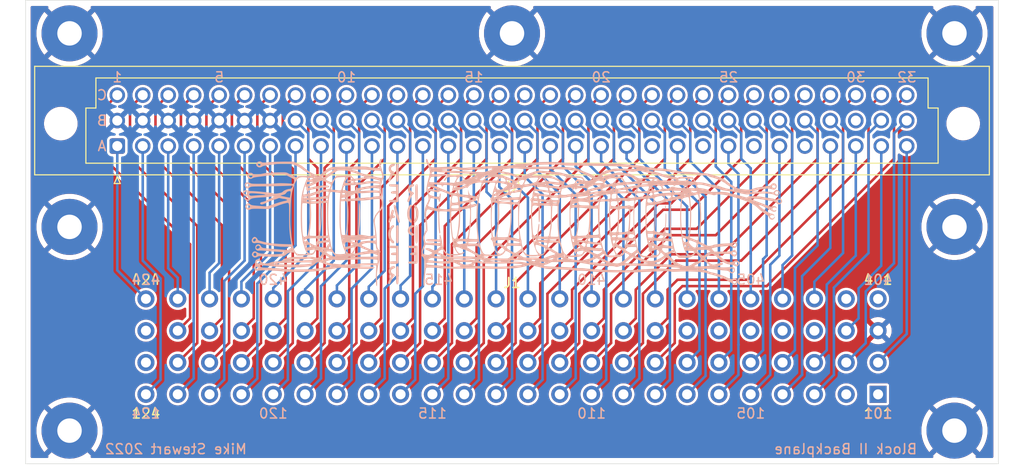
<source format=kicad_pcb>
(kicad_pcb (version 20211014) (generator pcbnew)
  (layers (0 "F.Cu" signal) (1 "In1.Cu" signal) (2 "In2.Cu" signal) (31 "B.Cu" signal) (34 "B.Paste" user) (35 "F.Paste" user) (36 "B.SilkS" user "B.Silkscreen") (37 "F.SilkS" user "F.Silkscreen") (38 "B.Mask" user) (39 "F.Mask" user) (44 "Edge.Cuts" user))
  (net 0 "")
  (net 1 "/RSTRCD")
  (net 2 "/XRSTCN")
  (net 3 "/RSTRDD")
  (net 4 "/XRSTDN")
  (net 5 "/R07FD")
  (net 6 "/R07CD")
  (net 7 "/R06FD")
  (net 8 "/R06CD")
  (net 9 "/R05FD")
  (net 10 "/R05CD")
  (net 11 "/R04FD")
  (net 12 "/R04CD")
  (net 13 "/R03FD")
  (net 14 "/R03CD")
  (net 15 "/R02FD")
  (net 16 "/R02CD")
  (net 17 "/R01FD")
  (net 18 "/R01CD")
  (net 19 "/RPFD")
  (net 20 "/RPCD")
  (net 21 "/SETCRN")
  (net 22 "/XSETCD")
  (net 26 "/GAR15")
  (net 27 "/GAR01")
  (net 28 "/GAR02")
  (net 29 "/GAR03")
  (net 30 "/GAR04")
  (net 31 "/GAR05")
  (net 32 "/GAR06")
  (net 33 "/GAR07")
  (net 34 "/GAR08")
  (net 35 "/GAR09")
  (net 36 "/GAR10")
  (net 37 "/GAR11")
  (net 38 "/GAR12")
  (net 39 "/GAR13")
  (net 40 "/GAR14")
  (net 41 "/GAR16")
  (net 42 "/STR12")
  (net 43 "/STR10")
  (net 44 "/STR08")
  (net 45 "/STR06")
  (net 46 "/STR04")
  (net 47 "/STR02")
  (net 48 "GND")
  (net 50 "/GBR15")
  (net 51 "/GBR01")
  (net 52 "/GBR02")
  (net 53 "/GBR03")
  (net 54 "/GBR04")
  (net 55 "/GBR05")
  (net 56 "/GBR06")
  (net 57 "/GBR07")
  (net 58 "/GBR08")
  (net 59 "/GBR09")
  (net 60 "/GBR10")
  (net 61 "/GBR11")
  (net 62 "/GBR12")
  (net 63 "/GBR13")
  (net 64 "/GBR14")
  (net 65 "/GBR16")
  (net 66 "/STR01")
  (net 67 "/STR03")
  (net 68 "/STR05")
  (net 69 "/STR07")
  (net 70 "/STR09")
  (net 71 "/STR11")
  (net 72 "/MODR1")
  (net 73 "/XRSTAN")
  (net 74 "/RSTRAD")
  (net 75 "/XRSTBN")
  (net 76 "/RSTRBD")
  (net 77 "/X07FN")
  (net 78 "/X07CN")
  (net 79 "/X06FN")
  (net 80 "/X06CN")
  (net 81 "/X05FN")
  (net 82 "/X05CN")
  (net 83 "/X04FN")
  (net 84 "/X04CN")
  (net 85 "/X03FN")
  (net 86 "/X03CN")
  (net 87 "/X02FN")
  (net 88 "/X02CN")
  (net 89 "/X01FN")
  (net 90 "/X01CN")
  (net 91 "/XPFN")
  (net 92 "/XPCN")
  (net 93 "/XSETAB")
  (net 94 "/SETARN")
  (footprint "lachesis:Rope_Connector" (layer "F.Cu") (at 153.67 108.9025)
    (fp_text reference "J1")
    (fp_text value "Conn_04x24")
  )
  (footprint "Connector_DIN:DIN41612_C_3x32_Female_Vertical_THT" (layer "F.Cu") (at 114.3 88.9 90)
    (fp_text reference "J2")
    (fp_text value "DIN41612_03x32_C")
  )
  (footprint "lachesis:MountingHole_No2_0.22in_Pad" (layer "F.Cu") (at 109.5375 96.9645)
    (fp_text reference "H2" hide)
    (fp_text value "MountingHole_Pad")
  )
  (footprint "lachesis:MountingHole_No2_0.22in_Pad" (layer "F.Cu") (at 153.67 77.6605)
    (fp_text reference "H4" hide)
    (fp_text value "MountingHole_Pad")
  )
  (footprint "lachesis:MountingHole_No2_0.22in_Pad" (layer "F.Cu") (at 109.5375 117.2845)
    (fp_text reference "H1" hide)
    (fp_text value "MountingHole_Pad")
  )
  (footprint "lachesis:MountingHole_No2_0.22in_Pad" (layer "F.Cu") (at 109.5375 77.6605)
    (fp_text reference "H3" hide)
    (fp_text value "MountingHole_Pad")
  )
  (footprint "lachesis:MountingHole_No2_0.22in_Pad" (layer "F.Cu") (at 197.8025 117.2845)
    (fp_text reference "H7" hide)
    (fp_text value "MountingHole_Pad")
  )
  (footprint "lachesis:MountingHole_No2_0.22in_Pad" (layer "F.Cu") (at 197.8025 96.9645)
    (fp_text reference "H6" hide)
    (fp_text value "MountingHole_Pad")
  )
  (footprint "lachesis:MountingHole_No2_0.22in_Pad" (layer "F.Cu") (at 197.8025 77.6605)
    (fp_text reference "H5" hide)
    (fp_text value "MountingHole_Pad")
  )
  (footprint "lachesis:rope" (layer "B.Cu") (at 153.67 96.52 180)
    (fp_text reference "G***" hide)
    (fp_text value "LOGO" hide)
  )
  (gr_line (start 105.156 74.3585) (end 105.156 120.5865) (layer "Edge.Cuts") (width 0.05))
  (gr_line (start 105.156 120.5865) (end 202.184 120.5865) (layer "Edge.Cuts") (width 0.05))
  (gr_line (start 202.184 74.3585) (end 202.184 120.5865) (layer "Edge.Cuts") (width 0.05))
  (gr_line (start 105.156 74.3585) (end 202.184 74.3585) (layer "Edge.Cuts") (width 0.05))
  (gr_text "120" (at 129.8575 115.57) (layer "B.SilkS") (effects (font (size 1 1)) (justify mirror)))
  (gr_text "25" (at 175.26 82.042) (layer "B.SilkS") (effects (font (size 1 1)) (justify mirror)))
  (gr_text "32" (at 193.04 82.042) (layer "B.SilkS") (effects (font (size 1 1)) (justify mirror)))
  (gr_text "Mike Stewart 2022" (at 120.142 119.126) (layer "B.SilkS") (effects (font (size 1 1)) (justify mirror)))
  (gr_text "124" (at 117.1575 115.57) (layer "B.SilkS") (effects (font (size 1 1)) (justify mirror)))
  (gr_text "B" (at 112.776 86.36) (layer "B.SilkS") (effects (font (size 1 1)) (justify mirror)))
  (gr_text "420" (at 129.8575 102.235) (layer "B.SilkS") (effects (font (size 1 1)) (justify mirror)))
  (gr_text "5" (at 124.46 82.042) (layer "B.SilkS") (effects (font (size 1 1)) (justify mirror)))
  (gr_text "110" (at 161.6075 115.57) (layer "B.SilkS") (effects (font (size 1 1)) (justify mirror)))
  (gr_text "105" (at 177.4825 115.57) (layer "B.SilkS") (effects (font (size 1 1)) (justify mirror)))
  (gr_text "115" (at 145.7325 115.57) (layer "B.SilkS") (effects (font (size 1 1)) (justify mirror)))
  (gr_text "415" (at 146.3675 102.235) (layer "B.SilkS") (effects (font (size 1 1)) (justify mirror)))
  (gr_text "15" (at 149.86 82.042) (layer "B.SilkS") (effects (font (size 1 1)) (justify mirror)))
  (gr_text "C" (at 112.776 83.82) (layer "B.SilkS") (effects (font (size 1 1)) (justify mirror)))
  (gr_text "405" (at 177.4825 102.235) (layer "B.SilkS") (effects (font (size 1 1)) (justify mirror)))
  (gr_text "A" (at 112.776 88.9) (layer "B.SilkS") (effects (font (size 1 1)) (justify mirror)))
  (gr_text "Block II Backplane" (at 186.944 119.126) (layer "B.SilkS") (effects (font (size 1 1)) (justify mirror)))
  (gr_text "30" (at 187.96 82.042) (layer "B.SilkS") (effects (font (size 1 1)) (justify mirror)))
  (gr_text "20" (at 162.56 82.042) (layer "B.SilkS") (effects (font (size 1 1)) (justify mirror)))
  (gr_text "1" (at 114.3 82.042) (layer "B.SilkS") (effects (font (size 1 1)) (justify mirror)))
  (gr_text "10" (at 137.16 82.042) (layer "B.SilkS") (effects (font (size 1 1)) (justify mirror)))
  (gr_text "410" (at 161.6075 102.235) (layer "B.SilkS") (effects (font (size 1 1)) (justify mirror)))
  (segment (start 114.3 101.2825) (end 114.3 88.9) (width 0.254) (layer "B.Cu") (net 1))
  (segment (start 117.1575 104.14) (end 114.3 101.2825) (width 0.254) (layer "B.Cu") (net 1))
  (segment (start 120.3325 102.0445) (end 119.38 101.092) (width 0.254) (layer "B.Cu") (net 2))
  (segment (start 120.3325 104.14) (end 120.3325 102.0445) (width 0.254) (layer "B.Cu") (net 2))
  (segment (start 119.38 101.092) (end 119.38 88.9) (width 0.254) (layer "B.Cu") (net 2))
  (segment (start 123.5075 101.5365) (end 124.46 100.584) (width 0.254) (layer "B.Cu") (net 3))
  (segment (start 123.5075 104.14) (end 123.5075 101.5365) (width 0.254) (layer "B.Cu") (net 3))
  (segment (start 124.46 100.584) (end 124.46 88.9) (width 0.254) (layer "B.Cu") (net 3))
  (segment (start 126.6825 102.4255) (end 129.54 99.568) (width 0.254) (layer "B.Cu") (net 4))
  (segment (start 129.54 99.568) (end 129.54 88.9) (width 0.254) (layer "B.Cu") (net 4))
  (segment (start 126.6825 104.14) (end 126.6825 102.4255) (width 0.254) (layer "B.Cu") (net 4))
  (segment (start 129.8575 104.14) (end 129.8575 103.0605) (width 0.254) (layer "B.Cu") (net 5))
  (segment (start 129.8575 103.0605) (end 133.35 99.568) (width 0.254) (layer "B.Cu") (net 5))
  (segment (start 133.35 87.63) (end 132.08 86.36) (width 0.254) (layer "B.Cu") (net 5))
  (segment (start 133.35 99.568) (end 133.35 87.63) (width 0.254) (layer "B.Cu") (net 5))
  (segment (start 135.89 87.63) (end 134.62 86.36) (width 0.254) (layer "B.Cu") (net 6))
  (segment (start 133.0325 103.1875) (end 135.89 100.33) (width 0.254) (layer "B.Cu") (net 6))
  (segment (start 135.89 100.33) (end 135.89 87.63) (width 0.254) (layer "B.Cu") (net 6))
  (segment (start 133.0325 104.14) (end 133.0325 103.1875) (width 0.254) (layer "B.Cu") (net 6))
  (segment (start 138.43 100.584) (end 138.43 87.63) (width 0.254) (layer "B.Cu") (net 7))
  (segment (start 138.43 87.63) (end 137.16 86.36) (width 0.254) (layer "B.Cu") (net 7))
  (segment (start 136.2075 104.14) (end 136.2075 102.8065) (width 0.254) (layer "B.Cu") (net 7))
  (segment (start 136.2075 102.8065) (end 138.43 100.584) (width 0.254) (layer "B.Cu") (net 7))
  (segment (start 140.97 87.63) (end 139.7 86.36) (width 0.254) (layer "B.Cu") (net 8))
  (segment (start 139.3825 102.9335) (end 140.97 101.346) (width 0.254) (layer "B.Cu") (net 8))
  (segment (start 140.97 101.346) (end 140.97 87.63) (width 0.254) (layer "B.Cu") (net 8))
  (segment (start 139.3825 104.14) (end 139.3825 102.9335) (width 0.254) (layer "B.Cu") (net 8))
  (segment (start 142.5575 102.8065) (end 143.51 101.854) (width 0.254) (layer "B.Cu") (net 9))
  (segment (start 143.51 87.63) (end 142.24 86.36) (width 0.254) (layer "B.Cu") (net 9))
  (segment (start 142.5575 104.14) (end 142.5575 102.8065) (width 0.254) (layer "B.Cu") (net 9))
  (segment (start 143.51 101.854) (end 143.51 87.63) (width 0.254) (layer "B.Cu") (net 9))
  (segment (start 145.7325 102.9335) (end 146.05 102.616) (width 0.254) (layer "B.Cu") (net 10))
  (segment (start 146.05 102.616) (end 146.05 87.63) (width 0.254) (layer "B.Cu") (net 10))
  (segment (start 146.05 87.63) (end 144.78 86.36) (width 0.254) (layer "B.Cu") (net 10))
  (segment (start 145.7325 104.14) (end 145.7325 102.9335) (width 0.254) (layer "B.Cu") (net 10))
  (segment (start 148.59 94.996) (end 148.59 87.63) (width 0.254) (layer "B.Cu") (net 11))
  (segment (start 148.9075 95.3135) (end 148.59 94.996) (width 0.254) (layer "B.Cu") (net 11))
  (segment (start 148.9075 104.14) (end 148.9075 95.3135) (width 0.254) (layer "B.Cu") (net 11))
  (segment (start 148.59 87.63) (end 147.32 86.36) (width 0.254) (layer "B.Cu") (net 11))
  (segment (start 152.0825 94.4245) (end 151.13 93.472) (width 0.254) (layer "B.Cu") (net 12))
  (segment (start 152.0825 104.14) (end 152.0825 94.4245) (width 0.254) (layer "B.Cu") (net 12))
  (segment (start 151.13 93.472) (end 151.13 87.63) (width 0.254) (layer "B.Cu") (net 12))
  (segment (start 151.13 87.63) (end 149.86 86.36) (width 0.254) (layer "B.Cu") (net 12))
  (segment (start 155.2575 104.14) (end 155.2575 94.0435) (width 0.254) (layer "B.Cu") (net 13))
  (segment (start 155.2575 94.0435) (end 153.67 92.456) (width 0.254) (layer "B.Cu") (net 13))
  (segment (start 153.67 87.63) (end 152.4 86.36) (width 0.254) (layer "B.Cu") (net 13))
  (segment (start 153.67 92.456) (end 153.67 87.63) (width 0.254) (layer "B.Cu") (net 13))
  (segment (start 156.21 91.44) (end 156.21 87.63) (width 0.254) (layer "B.Cu") (net 14))
  (segment (start 158.4325 93.6625) (end 156.21 91.44) (width 0.254) (layer "B.Cu") (net 14))
  (segment (start 156.21 87.63) (end 154.94 86.36) (width 0.254) (layer "B.Cu") (net 14))
  (segment (start 158.4325 104.14) (end 158.4325 93.6625) (width 0.254) (layer "B.Cu") (net 14))
  (segment (start 158.75 87.63) (end 157.48 86.36) (width 0.254) (layer "B.Cu") (net 15))
  (segment (start 161.6075 93.7895) (end 158.75 90.932) (width 0.254) (layer "B.Cu") (net 15))
  (segment (start 158.75 90.932) (end 158.75 87.63) (width 0.254) (layer "B.Cu") (net 15))
  (segment (start 161.6075 104.14) (end 161.6075 93.7895) (width 0.254) (layer "B.Cu") (net 15))
  (segment (start 164.7825 104.14) (end 164.7825 94.1705) (width 0.254) (layer "B.Cu") (net 16))
  (segment (start 164.7825 94.1705) (end 161.29 90.678) (width 0.254) (layer "B.Cu") (net 16))
  (segment (start 161.29 90.678) (end 161.29 87.63) (width 0.254) (layer "B.Cu") (net 16))
  (segment (start 161.29 87.63) (end 160.02 86.36) (width 0.254) (layer "B.Cu") (net 16))
  (segment (start 163.83 87.63) (end 162.56 86.36) (width 0.254) (layer "B.Cu") (net 17))
  (segment (start 167.9575 94.5515) (end 163.83 90.424) (width 0.254) (layer "B.Cu") (net 17))
  (segment (start 167.9575 104.14) (end 167.9575 94.5515) (width 0.254) (layer "B.Cu") (net 17))
  (segment (start 163.83 90.424) (end 163.83 87.63) (width 0.254) (layer "B.Cu") (net 17))
  (segment (start 171.1325 94.9325) (end 166.37 90.17) (width 0.254) (layer "B.Cu") (net 18))
  (segment (start 171.1325 104.14) (end 171.1325 94.9325) (width 0.254) (layer "B.Cu") (net 18))
  (segment (start 166.37 87.63) (end 165.1 86.36) (width 0.254) (layer "B.Cu") (net 18))
  (segment (start 166.37 90.17) (end 166.37 87.63) (width 0.254) (layer "B.Cu") (net 18))
  (segment (start 174.3075 93.2815) (end 171.45 90.424) (width 0.254) (layer "B.Cu") (net 19))
  (segment (start 174.3075 104.14) (end 174.3075 93.2815) (width 0.254) (layer "B.Cu") (net 19))
  (segment (start 171.45 87.63) (end 170.18 86.36) (width 0.254) (layer "B.Cu") (net 19))
  (segment (start 171.45 90.424) (end 171.45 87.63) (width 0.254) (layer "B.Cu") (net 19))
  (segment (start 177.4825 91.1225) (end 176.53 90.17) (width 0.254) (layer "B.Cu") (net 20))
  (segment (start 176.53 87.63) (end 175.26 86.36) (width 0.254) (layer "B.Cu") (net 20))
  (segment (start 176.53 90.17) (end 176.53 87.63) (width 0.254) (layer "B.Cu") (net 20))
  (segment (start 177.4825 104.14) (end 177.4825 91.1225) (width 0.254) (layer "B.Cu") (net 20))
  (segment (start 181.61 87.63) (end 180.34 86.36) (width 0.254) (layer "B.Cu") (net 21))
  (segment (start 181.61 99.822) (end 181.61 87.63) (width 0.254) (layer "B.Cu") (net 21))
  (segment (start 180.6575 100.7745) (end 181.61 99.822) (width 0.254) (layer "B.Cu") (net 21))
  (segment (start 180.6575 104.14) (end 180.6575 100.7745) (width 0.254) (layer "B.Cu") (net 21))
  (segment (start 183.8325 102.4255) (end 186.69 99.568) (width 0.254) (layer "B.Cu") (net 22))
  (segment (start 186.69 99.568) (end 186.69 87.63) (width 0.254) (layer "B.Cu") (net 22))
  (segment (start 183.8325 104.14) (end 183.8325 102.4255) (width 0.254) (layer "B.Cu") (net 22))
  (segment (start 186.69 87.63) (end 185.42 86.36) (width 0.254) (layer "B.Cu") (net 22))
  (segment (start 113.03 85.09) (end 114.3 83.82) (width 0.254) (layer "F.Cu") (net 26))
  (segment (start 120.3325 107.315) (end 121.563011 106.084489) (width 0.254) (layer "F.Cu") (net 26))
  (segment (start 121.563011 106.084489) (end 121.563011 98.703011) (width 0.254) (layer "F.Cu") (net 26))
  (segment (start 121.563011 98.703011) (end 113.03 90.17) (width 0.254) (layer "F.Cu") (net 26))
  (segment (start 113.03 90.17) (end 113.03 85.09) (width 0.254) (layer "F.Cu") (net 26))
  (segment (start 118.11 85.09) (end 119.38 83.82) (width 0.254) (layer "F.Cu") (net 27))
  (segment (start 118.11 90.17) (end 118.11 85.09) (width 0.254) (layer "F.Cu") (net 27))
  (segment (start 123.5075 107.315) (end 124.738011 106.084489) (width 0.254) (layer "F.Cu") (net 27))
  (segment (start 124.738011 106.084489) (end 124.738011 96.798011) (width 0.254) (layer "F.Cu") (net 27))
  (segment (start 124.738011 96.798011) (end 118.11 90.17) (width 0.254) (layer "F.Cu") (net 27))
  (segment (start 126.6825 107.315) (end 127.913011 106.084489) (width 0.254) (layer "F.Cu") (net 28))
  (segment (start 123.19 90.17) (end 123.19 85.09) (width 0.254) (layer "F.Cu") (net 28))
  (segment (start 127.913011 94.893011) (end 123.19 90.17) (width 0.254) (layer "F.Cu") (net 28))
  (segment (start 127.913011 106.084489) (end 127.913011 94.893011) (width 0.254) (layer "F.Cu") (net 28))
  (segment (start 123.19 85.09) (end 124.46 83.82) (width 0.254) (layer "F.Cu") (net 28))
  (segment (start 131.088011 92.988011) (end 128.27 90.17) (width 0.254) (layer "F.Cu") (net 29))
  (segment (start 128.27 85.09) (end 129.54 83.82) (width 0.254) (layer "F.Cu") (net 29))
  (segment (start 131.088011 106.084489) (end 131.088011 92.988011) (width 0.254) (layer "F.Cu") (net 29))
  (segment (start 129.8575 107.315) (end 131.088011 106.084489) (width 0.254) (layer "F.Cu") (net 29))
  (segment (start 128.27 90.17) (end 128.27 85.09) (width 0.254) (layer "F.Cu") (net 29))
  (segment (start 133.0325 107.315) (end 134.263011 106.084489) (width 0.254) (layer "F.Cu") (net 30))
  (segment (start 134.263011 91.083011) (end 133.35 90.17) (width 0.254) (layer "F.Cu") (net 30))
  (segment (start 133.35 90.17) (end 133.35 85.09) (width 0.254) (layer "F.Cu") (net 30))
  (segment (start 133.35 85.09) (end 134.62 83.82) (width 0.254) (layer "F.Cu") (net 30))
  (segment (start 134.263011 106.084489) (end 134.263011 91.083011) (width 0.254) (layer "F.Cu") (net 30))
  (segment (start 138.43 90.17) (end 138.43 85.09) (width 0.254) (layer "F.Cu") (net 31))
  (segment (start 136.2075 107.315) (end 137.438011 106.084489) (width 0.254) (layer "F.Cu") (net 31))
  (segment (start 138.43 85.09) (end 139.7 83.82) (width 0.254) (layer "F.Cu") (net 31))
  (segment (start 137.438011 106.084489) (end 137.438011 91.161989) (width 0.254) (layer "F.Cu") (net 31))
  (segment (start 137.438011 91.161989) (end 138.43 90.17) (width 0.254) (layer "F.Cu") (net 31))
  (segment (start 139.3825 107.315) (end 140.613011 106.084489) (width 0.254) (layer "F.Cu") (net 32))
  (segment (start 140.613011 93.066989) (end 143.51 90.17) (width 0.254) (layer "F.Cu") (net 32))
  (segment (start 143.51 90.17) (end 143.51 85.09) (width 0.254) (layer "F.Cu") (net 32))
  (segment (start 143.51 85.09) (end 144.78 83.82) (width 0.254) (layer "F.Cu") (net 32))
  (segment (start 140.613011 106.084489) (end 140.613011 93.066989) (width 0.254) (layer "F.Cu") (net 32))
  (segment (start 148.59 85.09) (end 149.86 83.82) (width 0.254) (layer "F.Cu") (net 33))
  (segment (start 143.788011 106.084489) (end 143.788011 94.971989) (width 0.254) (layer "F.Cu") (net 33))
  (segment (start 142.5575 107.315) (end 143.788011 106.084489) (width 0.254) (layer "F.Cu") (net 33))
  (segment (start 148.59 90.17) (end 148.59 85.09) (width 0.254) (layer "F.Cu") (net 33))
  (segment (start 143.788011 94.971989) (end 148.59 90.17) (width 0.254) (layer "F.Cu") (net 33))
  (segment (start 146.963011 106.084489) (end 146.963011 96.876989) (width 0.254) (layer "F.Cu") (net 34))
  (segment (start 146.963011 96.876989) (end 153.67 90.17) (width 0.254) (layer "F.Cu") (net 34))
  (segment (start 153.67 90.17) (end 153.67 85.09) (width 0.254) (layer "F.Cu") (net 34))
  (segment (start 145.7325 107.315) (end 146.963011 106.084489) (width 0.254) (layer "F.Cu") (net 34))
  (segment (start 153.67 85.09) (end 154.94 83.82) (width 0.254) (layer "F.Cu") (net 34))
  (segment (start 150.138011 98.781989) (end 158.75 90.17) (width 0.254) (layer "F.Cu") (net 35))
  (segment (start 158.75 85.09) (end 160.02 83.82) (width 0.254) (layer "F.Cu") (net 35))
  (segment (start 158.75 90.17) (end 158.75 85.09) (width 0.254) (layer "F.Cu") (net 35))
  (segment (start 148.9075 107.315) (end 150.138011 106.084489) (width 0.254) (layer "F.Cu") (net 35))
  (segment (start 150.138011 106.084489) (end 150.138011 98.781989) (width 0.254) (layer "F.Cu") (net 35))
  (segment (start 152.0825 107.315) (end 153.313011 106.084489) (width 0.254) (layer "F.Cu") (net 36))
  (segment (start 163.83 90.17) (end 163.83 85.09) (width 0.254) (layer "F.Cu") (net 36))
  (segment (start 163.83 85.09) (end 165.1 83.82) (width 0.254) (layer "F.Cu") (net 36))
  (segment (start 153.313011 106.084489) (end 153.313011 100.686989) (width 0.254) (layer "F.Cu") (net 36))
  (segment (start 153.313011 100.686989) (end 163.83 90.17) (width 0.254) (layer "F.Cu") (net 36))
  (segment (start 168.91 85.09) (end 170.18 83.82) (width 0.254) (layer "F.Cu") (net 37))
  (segment (start 168.91 90.17) (end 168.91 85.09) (width 0.254) (layer "F.Cu") (net 37))
  (segment (start 155.2575 107.315) (end 156.488011 106.084489) (width 0.254) (layer "F.Cu") (net 37))
  (segment (start 156.488011 102.591989) (end 168.91 90.17) (width 0.254) (layer "F.Cu") (net 37))
  (segment (start 156.488011 106.084489) (end 156.488011 102.591989) (width 0.254) (layer "F.Cu") (net 37))
  (segment (start 158.4325 107.315) (end 159.663011 106.084489) (width 0.254) (layer "F.Cu") (net 38))
  (segment (start 168.275 94.615) (end 169.545 94.615) (width 0.254) (layer "F.Cu") (net 38))
  (segment (start 169.545 94.615) (end 173.99 90.17) (width 0.254) (layer "F.Cu") (net 38))
  (segment (start 173.99 85.09) (end 175.26 83.82) (width 0.254) (layer "F.Cu") (net 38))
  (segment (start 173.99 90.17) (end 173.99 85.09) (width 0.254) (layer "F.Cu") (net 38))
  (segment (start 159.663011 106.084489) (end 159.663011 103.226989) (width 0.254) (layer "F.Cu") (net 38))
  (segment (start 159.663011 103.226989) (end 168.275 94.615) (width 0.254) (layer "F.Cu") (net 38))
  (segment (start 168.91 97.155) (end 172.085 97.155) (width 0.254) (layer "F.Cu") (net 39))
  (segment (start 172.085 97.155) (end 179.07 90.17) (width 0.254) (layer "F.Cu") (net 39))
  (segment (start 162.838011 103.226989) (end 168.91 97.155) (width 0.254) (layer "F.Cu") (net 39))
  (segment (start 179.07 90.17) (end 179.07 85.09) (width 0.254) (layer "F.Cu") (net 39))
  (segment (start 179.07 85.09) (end 180.34 83.82) (width 0.254) (layer "F.Cu") (net 39))
  (segment (start 161.6075 107.315) (end 162.838011 106.084489) (width 0.254) (layer "F.Cu") (net 39))
  (segment (start 162.838011 106.084489) (end 162.838011 103.226989) (width 0.254) (layer "F.Cu") (net 39))
  (segment (start 174.625 99.695) (end 184.15 90.17) (width 0.254) (layer "F.Cu") (net 40))
  (segment (start 184.15 85.09) (end 185.42 83.82) (width 0.254) (layer "F.Cu") (net 40))
  (segment (start 166.013011 103.226989) (end 169.545 99.695) (width 0.254) (layer "F.Cu") (net 40))
  (segment (start 169.545 99.695) (end 174.625 99.695) (width 0.254) (layer "F.Cu") (net 40))
  (segment (start 166.013011 106.084489) (end 166.013011 103.226989) (width 0.254) (layer "F.Cu") (net 40))
  (segment (start 164.7825 107.315) (end 166.013011 106.084489) (width 0.254) (layer "F.Cu") (net 40))
  (segment (start 184.15 90.17) (end 184.15 85.09) (width 0.254) (layer "F.Cu") (net 40))
  (segment (start 169.188011 103.226989) (end 170.18 102.235) (width 0.254) (layer "F.Cu") (net 41))
  (segment (start 170.18 102.235) (end 177.165 102.235) (width 0.254) (layer "F.Cu") (net 41))
  (segment (start 177.165 102.235) (end 189.23 90.17) (width 0.254) (layer "F.Cu") (net 41))
  (segment (start 169.188011 106.084489) (end 169.188011 103.226989) (width 0.254) (layer "F.Cu") (net 41))
  (segment (start 189.23 90.17) (end 189.23 85.09) (width 0.254) (layer "F.Cu") (net 41))
  (segment (start 167.9575 107.315) (end 169.188011 106.084489) (width 0.254) (layer "F.Cu") (net 41))
  (segment (start 189.23 85.09) (end 190.5 83.82) (width 0.254) (layer "F.Cu") (net 41))
  (segment (start 188.238011 106.084489) (end 188.238011 103.099989) (width 0.254) (layer "B.Cu") (net 47))
  (segment (start 188.238011 103.099989) (end 190.5 100.838) (width 0.254) (layer "B.Cu") (net 47))
  (segment (start 190.5 100.838) (end 190.5 88.9) (width 0.254) (layer "B.Cu") (net 47))
  (segment (start 187.0075 107.315) (end 188.238011 106.084489) (width 0.254) (layer "B.Cu") (net 47))
  (segment (start 120.3325 110.49) (end 122.276989 108.545511) (width 0.254) (layer "F.Cu") (net 50))
  (segment (start 122.276989 96.876989) (end 115.57 90.17) (width 0.254) (layer "F.Cu") (net 50))
  (segment (start 115.57 85.09) (end 116.84 83.82) (width 0.254) (layer "F.Cu") (net 50))
  (segment (start 115.57 90.17) (end 115.57 85.09) (width 0.254) (layer "F.Cu") (net 50))
  (segment (start 122.276989 108.545511) (end 122.276989 96.876989) (width 0.254) (layer "F.Cu") (net 50))
  (segment (start 120.65 85.09) (end 121.92 83.82) (width 0.254) (layer "F.Cu") (net 51))
  (segment (start 123.5075 110.49) (end 125.451989 108.545511) (width 0.254) (layer "F.Cu") (net 51))
  (segment (start 125.451989 108.545511) (end 125.451989 94.971989) (width 0.254) (layer "F.Cu") (net 51))
  (segment (start 120.65 90.17) (end 120.65 85.09) (width 0.254) (layer "F.Cu") (net 51))
  (segment (start 125.451989 94.971989) (end 120.65 90.17) (width 0.254) (layer "F.Cu") (net 51))
  (segment (start 128.626989 93.066989) (end 125.73 90.17) (width 0.254) (layer "F.Cu") (net 52))
  (segment (start 125.73 85.09) (end 127 83.82) (width 0.254) (layer "F.Cu") (net 52))
  (segment (start 125.73 90.17) (end 125.73 85.09) (width 0.254) (layer "F.Cu") (net 52))
  (segment (start 126.6825 110.49) (end 128.626989 108.545511) (width 0.254) (layer "F.Cu") (net 52))
  (segment (start 128.626989 108.545511) (end 128.626989 93.066989) (width 0.254) (layer "F.Cu") (net 52))
  (segment (start 130.81 90.17) (end 130.81 85.09) (width 0.254) (layer "F.Cu") (net 53))
  (segment (start 131.801989 108.545511) (end 131.801989 91.161989) (width 0.254) (layer "F.Cu") (net 53))
  (segment (start 131.801989 91.161989) (end 130.81 90.17) (width 0.254) (layer "F.Cu") (net 53))
  (segment (start 130.81 85.09) (end 132.08 83.82) (width 0.254) (layer "F.Cu") (net 53))
  (segment (start 129.8575 110.49) (end 131.801989 108.545511) (width 0.254) (layer "F.Cu") (net 53))
  (segment (start 135.89 85.09) (end 137.16 83.82) (width 0.254) (layer "F.Cu") (net 54))
  (segment (start 133.0325 110.49) (end 134.976989 108.545511) (width 0.254) (layer "F.Cu") (net 54))
  (segment (start 135.89 90.17) (end 135.89 85.09) (width 0.254) (layer "F.Cu") (net 54))
  (segment (start 134.976989 91.083011) (end 135.89 90.17) (width 0.254) (layer "F.Cu") (net 54))
  (segment (start 134.976989 108.545511) (end 134.976989 91.083011) (width 0.254) (layer "F.Cu") (net 54))
  (segment (start 138.151989 92.988011) (end 140.97 90.17) (width 0.254) (layer "F.Cu") (net 55))
  (segment (start 140.97 85.09) (end 142.24 83.82) (width 0.254) (layer "F.Cu") (net 55))
  (segment (start 138.151989 108.545511) (end 138.151989 92.988011) (width 0.254) (layer "F.Cu") (net 55))
  (segment (start 136.2075 110.49) (end 138.151989 108.545511) (width 0.254) (layer "F.Cu") (net 55))
  (segment (start 140.97 90.17) (end 140.97 85.09) (width 0.254) (layer "F.Cu") (net 55))
  (segment (start 141.326989 108.545511) (end 141.326989 94.893011) (width 0.254) (layer "F.Cu") (net 56))
  (segment (start 141.326989 94.893011) (end 146.05 90.17) (width 0.254) (layer "F.Cu") (net 56))
  (segment (start 146.05 85.09) (end 147.32 83.82) (width 0.254) (layer "F.Cu") (net 56))
  (segment (start 139.3825 110.49) (end 141.326989 108.545511) (width 0.254) (layer "F.Cu") (net 56))
  (segment (start 146.05 90.17) (end 146.05 85.09) (width 0.254) (layer "F.Cu") (net 56))
  (segment (start 151.13 90.17) (end 151.13 85.09) (width 0.254) (layer "F.Cu") (net 57))
  (segment (start 151.13 85.09) (end 152.4 83.82) (width 0.254) (layer "F.Cu") (net 57))
  (segment (start 144.501989 96.798011) (end 151.13 90.17) (width 0.254) (layer "F.Cu") (net 57))
  (segment (start 144.501989 108.545511) (end 144.501989 96.798011) (width 0.254) (layer "F.Cu") (net 57))
  (segment (start 142.5575 110.49) (end 144.501989 108.545511) (width 0.254) (layer "F.Cu") (net 57))
  (segment (start 147.676989 108.545511) (end 147.676989 98.703011) (width 0.254) (layer "F.Cu") (net 58))
  (segment (start 156.21 90.17) (end 156.21 85.09) (width 0.254) (layer "F.Cu") (net 58))
  (segment (start 147.676989 98.703011) (end 156.21 90.17) (width 0.254) (layer "F.Cu") (net 58))
  (segment (start 145.7325 110.49) (end 147.676989 108.545511) (width 0.254) (layer "F.Cu") (net 58))
  (segment (start 156.21 85.09) (end 157.48 83.82) (width 0.254) (layer "F.Cu") (net 58))
  (segment (start 150.851989 100.608011) (end 161.29 90.17) (width 0.254) (layer "F.Cu") (net 59))
  (segment (start 161.29 90.17) (end 161.29 85.09) (width 0.254) (layer "F.Cu") (net 59))
  (segment (start 148.9075 110.49) (end 150.851989 108.545511) (width 0.254) (layer "F.Cu") (net 59))
  (segment (start 161.29 85.09) (end 162.56 83.82) (width 0.254) (layer "F.Cu") (net 59))
  (segment (start 150.851989 108.545511) (end 150.851989 100.608011) (width 0.254) (layer "F.Cu") (net 59))
  (segment (start 152.0825 110.49) (end 154.026989 108.545511) (width 0.254) (layer "F.Cu") (net 60))
  (segment (start 154.026989 102.513011) (end 166.37 90.17) (width 0.254) (layer "F.Cu") (net 60))
  (segment (start 154.026989 108.545511) (end 154.026989 102.513011) (width 0.254) (layer "F.Cu") (net 60))
  (segment (start 166.37 90.17) (end 166.37 85.09) (width 0.254) (layer "F.Cu") (net 60))
  (segment (start 166.37 85.09) (end 167.64 83.82) (width 0.254) (layer "F.Cu") (net 60))
  (segment (start 171.45 90.17) (end 171.45 85.09) (width 0.254) (layer "F.Cu") (net 61))
  (segment (start 168.122294 92.71) (end 168.91 92.71) (width 0.254) (layer "F.Cu") (net 61))
  (segment (start 171.45 85.09) (end 172.72 83.82) (width 0.254) (layer "F.Cu") (net 61))
  (segment (start 157.201989 103.630305) (end 168.122294 92.71) (width 0.254) (layer "F.Cu") (net 61))
  (segment (start 168.91 92.71) (end 171.45 90.17) (width 0.254) (layer "F.Cu") (net 61))
  (segment (start 157.201989 108.545511) (end 157.201989 103.630305) (width 0.254) (layer "F.Cu") (net 61))
  (segment (start 155.2575 110.49) (end 157.201989 108.545511) (width 0.254) (layer "F.Cu") (net 61))
  (segment (start 171.45 95.25) (end 176.53 90.17) (width 0.254) (layer "F.Cu") (net 62))
  (segment (start 168.757294 95.25) (end 171.45 95.25) (width 0.254) (layer "F.Cu") (net 62))
  (segment (start 158.4325 110.49) (end 160.376989 108.545511) (width 0.254) (layer "F.Cu") (net 62))
  (segment (start 176.53 85.09) (end 177.8 83.82) (width 0.254) (layer "F.Cu") (net 62))
  (segment (start 160.376989 108.545511) (end 160.376989 103.630305) (width 0.254) (layer "F.Cu") (net 62))
  (segment (start 160.376989 103.630305) (end 168.757294 95.25) (width 0.254) (layer "F.Cu") (net 62))
  (segment (start 176.53 90.17) (end 176.53 85.09) (width 0.254) (layer "F.Cu") (net 62))
  (segment (start 173.99 97.79) (end 181.61 90.17) (width 0.254) (layer "F.Cu") (net 63))
  (segment (start 169.392294 97.79) (end 173.99 97.79) (width 0.254) (layer "F.Cu") (net 63))
  (segment (start 181.61 85.09) (end 182.88 83.82) (width 0.254) (layer "F.Cu") (net 63))
  (segment (start 163.551989 103.630305) (end 169.392294 97.79) (width 0.254) (layer "F.Cu") (net 63))
  (segment (start 181.61 90.17) (end 181.61 85.09) (width 0.254) (layer "F.Cu") (net 63))
  (segment (start 163.551989 108.545511) (end 163.551989 103.630305) (width 0.254) (layer "F.Cu") (net 63))
  (segment (start 161.6075 110.49) (end 163.551989 108.545511) (width 0.254) (layer "F.Cu") (net 63))
  (segment (start 170.027294 100.33) (end 176.53 100.33) (width 0.254) (layer "F.Cu") (net 64))
  (segment (start 166.726989 108.545511) (end 166.726989 103.630305) (width 0.254) (layer "F.Cu") (net 64))
  (segment (start 176.53 100.33) (end 186.69 90.17) (width 0.254) (layer "F.Cu") (net 64))
  (segment (start 166.726989 103.630305) (end 170.027294 100.33) (width 0.254) (layer "F.Cu") (net 64))
  (segment (start 164.7825 110.49) (end 166.726989 108.545511) (width 0.254) (layer "F.Cu") (net 64))
  (segment (start 186.69 85.09) (end 187.96 83.82) (width 0.254) (layer "F.Cu") (net 64))
  (segment (start 186.69 90.17) (end 186.69 85.09) (width 0.254) (layer "F.Cu") (net 64))
  (segment (start 167.9575 110.49) (end 169.901989 108.545511) (width 0.254) (layer "F.Cu") (net 65))
  (segment (start 170.662294 102.87) (end 179.07 102.87) (width 0.254) (layer "F.Cu") (net 65))
  (segment (start 191.77 90.17) (end 191.77 85.09) (width 0.254) (layer "F.Cu") (net 65))
  (segment (start 191.77 85.09) (end 193.04 83.82) (width 0.254) (layer "F.Cu") (net 65))
  (segment (start 179.07 102.87) (end 191.77 90.17) (width 0.254) (layer "F.Cu") (net 65))
  (segment (start 169.901989 103.630305) (end 170.662294 102.87) (width 0.254) (layer "F.Cu") (net 65))
  (segment (start 169.901989 108.545511) (end 169.901989 103.630305) (width 0.254) (layer "F.Cu") (net 65))
  (segment (start 168.91 91.186) (end 168.91 87.63) (width 0.254) (layer "B.Cu") (net 66))
  (segment (start 171.1325 110.49) (end 172.363011 109.259489) (width 0.254) (layer "B.Cu") (net 66))
  (segment (start 172.363011 94.639011) (end 168.91 91.186) (width 0.254) (layer "B.Cu") (net 66))
  (segment (start 172.363011 109.259489) (end 172.363011 94.639011) (width 0.254) (layer "B.Cu") (net 66))
  (segment (start 168.91 87.63) (end 167.64 86.36) (width 0.254) (layer "B.Cu") (net 66))
  (segment (start 175.538011 92.480011) (end 173.99 90.932) (width 0.254) (layer "B.Cu") (net 67))
  (segment (start 173.99 90.932) (end 173.99 87.63) (width 0.254) (layer "B.Cu") (net 67))
  (segment (start 174.3075 110.49) (end 175.538011 109.259489) (width 0.254) (layer "B.Cu") (net 67))
  (segment (start 175.538011 109.259489) (end 175.538011 92.480011) (width 0.254) (layer "B.Cu") (net 67))
  (segment (start 173.99 87.63) (end 172.72 86.36) (width 0.254) (layer "B.Cu") (net 67))
  (segment (start 178.713011 109.259489) (end 178.713011 100.178989) (width 0.254) (layer "B.Cu") (net 68))
  (segment (start 177.4825 110.49) (end 178.713011 109.259489) (width 0.254) (layer "B.Cu") (net 68))
  (segment (start 178.713011 100.178989) (end 179.07 99.822) (width 0.254) (layer "B.Cu") (net 68))
  (segment (start 179.07 99.822) (end 179.07 87.63) (width 0.254) (layer "B.Cu") (net 68))
  (segment (start 179.07 87.63) (end 177.8 86.36) (width 0.254) (layer "B.Cu") (net 68))
  (segment (start 184.15 87.63) (end 182.88 86.36) (width 0.254) (layer "B.Cu") (net 69))
  (segment (start 184.15 98.806) (end 184.15 87.63) (width 0.254) (layer "B.Cu") (net 69))
  (segment (start 181.888011 109.259489) (end 181.888011 101.067989) (width 0.254) (layer "B.Cu") (net 69))
  (segment (start 180.6575 110.49) (end 181.888011 109.259489) (width 0.254) (layer "B.Cu") (net 69))
  (segment (start 181.888011 101.067989) (end 184.15 98.806) (width 0.254) (layer "B.Cu") (net 69))
  (segment (start 187.96 99.822) (end 187.96 88.9) (width 0.254) (layer "B.Cu") (net 70))
  (segment (start 185.063011 109.259489) (end 185.063011 102.718989) (width 0.254) (layer "B.Cu") (net 70))
  (segment (start 183.8325 110.49) (end 185.063011 109.259489) (width 0.254) (layer "B.Cu") (net 70))
  (segment (start 185.063011 102.718989) (end 187.96 99.822) (width 0.254) (layer "B.Cu") (net 70))
  (segment (start 188.951989 108.545511) (end 188.951989 103.402011) (width 0.254) (layer "B.Cu") (net 71))
  (segment (start 191.77 100.584) (end 191.77 87.63) (width 0.254) (layer "B.Cu") (net 71))
  (segment (start 188.951989 103.402011) (end 191.77 100.584) (width 0.254) (layer "B.Cu") (net 71))
  (segment (start 187.0075 110.49) (end 188.951989 108.545511) (width 0.254) (layer "B.Cu") (net 71))
  (segment (start 191.77 87.63) (end 193.04 86.36) (width 0.254) (layer "B.Cu") (net 71))
  (segment (start 193.04 107.6325) (end 193.04 88.9) (width 0.254) (layer "B.Cu") (net 72))
  (segment (start 190.1825 110.49) (end 193.04 107.6325) (width 0.254) (layer "B.Cu") (net 72))
  (segment (start 117.1575 113.665) (end 118.618 112.2045) (width 0.254) (layer "B.Cu") (net 73))
  (segment (start 118.618 112.2045) (end 118.618 102.108) (width 0.254) (layer "B.Cu") (net 73))
  (segment (start 116.84 100.33) (end 116.84 88.9) (width 0.254) (layer "B.Cu") (net 73))
  (segment (start 118.618 102.108) (end 116.84 100.33) (width 0.254) (layer "B.Cu") (net 73))
  (segment (start 120.3325 113.665) (end 121.92 112.0775) (width 0.254) (layer "B.Cu") (net 74))
  (segment (start 121.92 112.0775) (end 121.92 88.9) (width 0.254) (layer "B.Cu") (net 74))
  (segment (start 123.5075 113.665) (end 124.968 112.2045) (width 0.254) (layer "B.Cu") (net 75))
  (segment (start 124.968 102.362) (end 127 100.33) (width 0.254) (layer "B.Cu") (net 75))
  (segment (start 124.968 112.2045) (end 124.968 102.362) (width 0.254) (layer "B.Cu") (net 75))
  (segment (start 127 100.33) (end 127 88.9) (width 0.254) (layer "B.Cu") (net 75))
  (segment (start 132.08 98.806) (end 132.08 88.9) (width 0.254) (layer "B.Cu") (net 76))
  (segment (start 128.27 112.0775) (end 128.27 102.616) (width 0.254) (layer "B.Cu") (net 76))
  (segment (start 126.6825 113.665) (end 128.27 112.0775) (width 0.254) (layer "B.Cu") (net 76))
  (segment (start 128.27 102.616) (end 132.08 98.806) (width 0.254) (layer "B.Cu") (net 76))
  (segment (start 131.318 112.2045) (end 131.318 103.378) (width 0.254) (layer "B.Cu") (net 77))
  (segment (start 129.8575 113.665) (end 131.318 112.2045) (width 0.254) (layer "B.Cu") (net 77))
  (segment (start 134.62 100.076) (end 134.62 88.9) (width 0.254) (layer "B.Cu") (net 77))
  (segment (start 131.318 103.378) (end 134.62 100.076) (width 0.254) (layer "B.Cu") (net 77))
  (segment (start 133.0325 113.665) (end 134.62 112.0775) (width 0.254) (layer "B.Cu") (net 78))
  (segment (start 134.62 112.0775) (end 134.62 102.87) (width 0.254) (layer "B.Cu") (net 78))
  (segment (start 134.62 102.87) (end 137.16 100.33) (width 0.254) (layer "B.Cu") (net 78))
  (segment (start 137.16 100.33) (end 137.16 88.9) (width 0.254) (layer "B.Cu") (net 78))
  (segment (start 139.7 101.092) (end 139.7 88.9) (width 0.254) (layer "B.Cu") (net 79))
  (segment (start 137.668 112.2045) (end 137.668 103.124) (width 0.254) (layer "B.Cu") (net 79))
  (segment (start 137.668 103.124) (end 139.7 101.092) (width 0.254) (layer "B.Cu") (net 79))
  (segment (start 136.2075 113.665) (end 137.668 112.2045) (width 0.254) (layer "B.Cu") (net 79))
  (segment (start 139.3825 113.665) (end 140.97 112.0775) (width 0.254) (layer "B.Cu") (net 80))
  (segment (start 140.97 103.124) (end 142.24 101.854) (width 0.254) (layer "B.Cu") (net 80))
  (segment (start 142.24 101.854) (end 142.24 88.9) (width 0.254) (layer "B.Cu") (net 80))
  (segment (start 140.97 112.0775) (end 140.97 103.124) (width 0.254) (layer "B.Cu") (net 80))
  (segment (start 142.5575 113.665) (end 144.018 112.2045) (width 0.254) (layer "B.Cu") (net 81))
  (segment (start 144.018 103.632) (end 144.78 102.87) (width 0.254) (layer "B.Cu") (net 81))
  (segment (start 144.018 112.2045) (end 144.018 103.632) (width 0.254) (layer "B.Cu") (net 81))
  (segment (start 144.78 102.87) (end 144.78 88.9) (width 0.254) (layer "B.Cu") (net 81))
  (segment (start 147.32 112.0775) (end 147.32 88.9) (width 0.254) (layer "B.Cu") (net 82))
  (segment (start 145.7325 113.665) (end 147.32 112.0775) (width 0.254) (layer "B.Cu") (net 82))
  (segment (start 148.9075 113.665) (end 150.368 112.2045) (width 0.254) (layer "B.Cu") (net 83))
  (segment (start 150.368 112.2045) (end 150.368 94.742) (width 0.254) (layer "B.Cu") (net 83))
  (segment (start 149.86 94.234) (end 149.86 88.9) (width 0.254) (layer "B.Cu") (net 83))
  (segment (start 150.368 94.742) (end 149.86 94.234) (width 0.254) (layer "B.Cu") (net 83))
  (segment (start 152.4 92.964) (end 152.4 88.9) (width 0.254) (layer "B.Cu") (net 84))
  (segment (start 152.0825 113.665) (end 153.67 112.0775) (width 0.254) (layer "B.Cu") (net 84))
  (segment (start 153.67 112.0775) (end 153.67 94.234) (width 0.254) (layer "B.Cu") (net 84))
  (segment (start 153.67 94.234) (end 152.4 92.964) (width 0.254) (layer "B.Cu") (net 84))
  (segment (start 156.718 112.2045) (end 156.718 93.726) (width 0.254) (layer "B.Cu") (net 85))
  (segment (start 154.94 91.948) (end 154.94 88.9) (width 0.254) (layer "B.Cu") (net 85))
  (segment (start 155.2575 113.665) (end 156.718 112.2045) (width 0.254) (layer "B.Cu") (net 85))
  (segment (start 156.718 93.726) (end 154.94 91.948) (width 0.254) (layer "B.Cu") (net 85))
  (segment (start 158.4325 113.665) (end 160.02 112.0775) (width 0.254) (layer "B.Cu") (net 86))
  (segment (start 160.02 112.0775) (end 160.02 93.726) (width 0.254) (layer "B.Cu") (net 86))
  (segment (start 160.02 93.726) (end 157.48 91.186) (width 0.254) (layer "B.Cu") (net 86))
  (segment (start 157.48 91.186) (end 157.48 88.9) (width 0.254) (layer "B.Cu") (net 86))
  (segment (start 163.068 93.98) (end 160.02 90.932) (width 0.254) (layer "B.Cu") (net 87))
  (segment (start 161.6075 113.665) (end 163.068 112.2045) (width 0.254) (layer "B.Cu") (net 87))
  (segment (start 163.068 112.2045) (end 163.068 93.98) (width 0.254) (layer "B.Cu") (net 87))
  (segment (start 160.02 90.932) (end 160.02 88.9) (width 0.254) (layer "B.Cu") (net 87))
  (segment (start 166.37 94.234) (end 162.56 90.424) (width 0.254) (layer "B.Cu") (net 88))
  (segment (start 166.37 112.0775) (end 166.37 94.234) (width 0.254) (layer "B.Cu") (net 88))
  (segment (start 162.56 90.424) (end 162.56 88.9) (width 0.254) (layer "B.Cu") (net 88))
  (segment (start 164.7825 113.665) (end 166.37 112.0775) (width 0.254) (layer "B.Cu") (net 88))
  (segment (start 169.418 112.2045) (end 169.418 94.488) (width 0.254) (layer "B.Cu") (net 89))
  (segment (start 169.418 94.488) (end 165.1 90.17) (width 0.254) (layer "B.Cu") (net 89))
  (segment (start 167.9575 113.665) (end 169.418 112.2045) (width 0.254) (layer "B.Cu") (net 89))
  (segment (start 165.1 90.17) (end 165.1 88.9) (width 0.254) (layer "B.Cu") (net 89))
  (segment (start 172.974 111.8235) (end 172.974 93.98) (width 0.254) (layer "B.Cu") (net 90))
  (segment (start 170.18 91.186) (end 170.18 88.9) (width 0.254) (layer "B.Cu") (net 90))
  (segment (start 171.1325 113.665) (end 172.974 111.8235) (width 0.254) (layer "B.Cu") (net 90))
  (segment (start 172.974 93.98) (end 170.18 91.186) (width 0.254) (layer "B.Cu") (net 90))
  (segment (start 176.251989 108.736011) (end 176.276 108.712) (width 0.254) (layer "B.Cu") (net 91))
  (segment (start 176.251989 108.687989) (end 176.251989 91.669989) (width 0.254) (layer "B.Cu") (net 91))
  (segment (start 176.251989 91.669989) (end 175.26 90.678) (width 0.254) (layer "B.Cu") (net 91))
  (segment (start 174.3075 113.665) (end 176.251989 111.720511) (width 0.254) (layer "B.Cu") (net 91))
  (segment (start 176.251989 111.720511) (end 176.251989 108.736011) (width 0.254) (layer "B.Cu") (net 91))
  (segment (start 176.276 108.712) (end 176.251989 108.687989) (width 0.254) (layer "B.Cu") (net 91))
  (segment (start 175.26 90.678) (end 175.26 88.9) (width 0.254) (layer "B.Cu") (net 91))
  (segment (start 180.34 99.822) (end 180.34 88.9) (width 0.254) (layer "B.Cu") (net 92))
  (segment (start 177.4825 113.665) (end 179.426989 111.720511) (width 0.254) (layer "B.Cu") (net 92))
  (segment (start 179.426989 100.735011) (end 180.34 99.822) (width 0.254) (layer "B.Cu") (net 92))
  (segment (start 179.426989 111.720511) (end 179.426989 100.735011) (width 0.254) (layer "B.Cu") (net 92))
  (segment (start 182.601989 101.878011) (end 185.42 99.06) (width 0.254) (layer "B.Cu") (net 93))
  (segment (start 182.601989 111.720511) (end 182.601989 101.878011) (width 0.254) (layer "B.Cu") (net 93))
  (segment (start 185.42 99.06) (end 185.42 88.9) (width 0.254) (layer "B.Cu") (net 93))
  (segment (start 180.6575 113.665) (end 182.601989 111.720511) (width 0.254) (layer "B.Cu") (net 93))
  (segment (start 185.776989 103.021011) (end 189.23 99.568) (width 0.254) (layer "B.Cu") (net 94))
  (segment (start 189.23 87.63) (end 190.5 86.36) (width 0.254) (layer "B.Cu") (net 94))
  (segment (start 183.8325 113.665) (end 185.776989 111.720511) (width 0.254) (layer "B.Cu") (net 94))
  (segment (start 185.776989 111.720511) (end 185.776989 103.021011) (width 0.254) (layer "B.Cu") (net 94))
  (segment (start 189.23 99.568) (end 189.23 87.63) (width 0.254) (layer "B.Cu") (net 94))
  (zone (net 48) (net_name "GND") (layers "F.Cu" "In1.Cu" "In2.Cu" "B.Cu") (connect_pads (clearance 0.254)) (min_thickness 0.254) (fill yes (thermal_gap 0.508) (thermal_bridge_width 0.508))
    (polygon (pts (xy 201.676 120.015) (xy 105.664 120.015) (xy 105.664 74.93) (xy 201.676 74.93)))
  )
)
</source>
